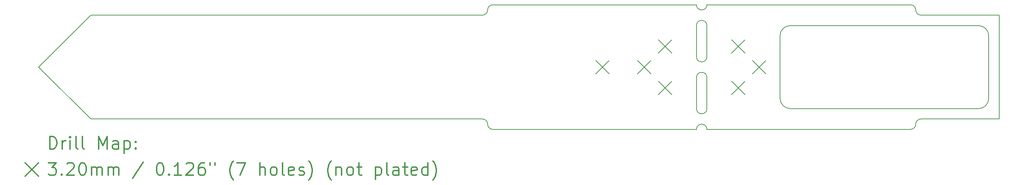
<source format=gbr>
%FSLAX45Y45*%
G04 Gerber Fmt 4.5, Leading zero omitted, Abs format (unit mm)*
G04 Created by KiCad (PCBNEW 4.0.7-e2-6376~61~ubuntu18.04.1) date Fri Jul  6 14:55:38 2018*
%MOMM*%
%LPD*%
G01*
G04 APERTURE LIST*
%ADD10C,0.127000*%
%ADD11C,0.150000*%
%ADD12C,0.200000*%
%ADD13C,0.300000*%
G04 APERTURE END LIST*
D10*
D11*
X19750000Y-6500000D02*
G75*
G03X20000000Y-6500000I125000J0D01*
G01*
X20000000Y-9500000D02*
G75*
G03X19750000Y-9500000I-125000J0D01*
G01*
X19750000Y-7750000D02*
X19750000Y-7000000D01*
X20000000Y-7000000D02*
X20000000Y-7750000D01*
X19750000Y-7750000D02*
G75*
G03X20000000Y-7750000I125000J0D01*
G01*
X20000000Y-8250000D02*
G75*
G03X19750000Y-8250000I-125000J0D01*
G01*
X19750000Y-9000000D02*
G75*
G03X20000000Y-9000000I125000J0D01*
G01*
X20000000Y-7000000D02*
G75*
G03X19750000Y-7000000I-125000J0D01*
G01*
X19750000Y-8250000D02*
X19750000Y-9000000D01*
X14625000Y-6750000D02*
G75*
G03X14750000Y-6625000I0J125000D01*
G01*
X14875000Y-6500000D02*
G75*
G03X14750000Y-6625000I0J-125000D01*
G01*
X25000000Y-6625000D02*
G75*
G03X25125000Y-6750000I125000J0D01*
G01*
X25000000Y-6625000D02*
G75*
G03X24875000Y-6500000I-125000J0D01*
G01*
X24875000Y-9500000D02*
G75*
G03X25000000Y-9375000I0J125000D01*
G01*
X25125000Y-9250000D02*
G75*
G03X25000000Y-9375000I0J-125000D01*
G01*
X14750000Y-9375000D02*
G75*
G03X14875000Y-9500000I125000J0D01*
G01*
X14750000Y-9375000D02*
G75*
G03X14625000Y-9250000I-125000J0D01*
G01*
X22000000Y-7000000D02*
G75*
G03X21750000Y-7250000I0J-250000D01*
G01*
X21750000Y-8750000D02*
G75*
G03X22000000Y-9000000I250000J0D01*
G01*
X26500000Y-9000000D02*
G75*
G03X26750000Y-8750000I0J250000D01*
G01*
X26750000Y-7250000D02*
G75*
G03X26500000Y-7000000I-250000J0D01*
G01*
X22000000Y-7000000D02*
X26500000Y-7000000D01*
X21750000Y-8750000D02*
X21750000Y-7250000D01*
X26500000Y-9000000D02*
X22000000Y-9000000D01*
X26750000Y-7250000D02*
X26750000Y-8750000D01*
X24875000Y-9500000D02*
X20000000Y-9500000D01*
X27000000Y-9250000D02*
X25125000Y-9250000D01*
X27000000Y-6750000D02*
X27000000Y-9250000D01*
X25125000Y-6750000D02*
X27000000Y-6750000D01*
X20000000Y-6500000D02*
X24875000Y-6500000D01*
X14625000Y-6750000D02*
X5250000Y-6750000D01*
X19750000Y-6500000D02*
X14875000Y-6500000D01*
X20000000Y-8250000D02*
X20000000Y-9000000D01*
X14875000Y-9500000D02*
X19750000Y-9500000D01*
X5250000Y-9250000D02*
X14625000Y-9250000D01*
X4000000Y-8000000D02*
X5250000Y-9250000D01*
X5250000Y-6750000D02*
X4000000Y-8000000D01*
D12*
X17339980Y-7839980D02*
X17660020Y-8160020D01*
X17660020Y-7839980D02*
X17339980Y-8160020D01*
X18339980Y-7839980D02*
X18660020Y-8160020D01*
X18660020Y-7839980D02*
X18339980Y-8160020D01*
X18839980Y-7339980D02*
X19160020Y-7660020D01*
X19160020Y-7339980D02*
X18839980Y-7660020D01*
X18839980Y-8339980D02*
X19160020Y-8660020D01*
X19160020Y-8339980D02*
X18839980Y-8660020D01*
X20589980Y-7339980D02*
X20910020Y-7660020D01*
X20910020Y-7339980D02*
X20589980Y-7660020D01*
X20589980Y-8339980D02*
X20910020Y-8660020D01*
X20910020Y-8339980D02*
X20589980Y-8660020D01*
X21089980Y-7839980D02*
X21410020Y-8160020D01*
X21410020Y-7839980D02*
X21089980Y-8160020D01*
D13*
X4263929Y-9973214D02*
X4263929Y-9673214D01*
X4335357Y-9673214D01*
X4378214Y-9687500D01*
X4406786Y-9716072D01*
X4421071Y-9744643D01*
X4435357Y-9801786D01*
X4435357Y-9844643D01*
X4421071Y-9901786D01*
X4406786Y-9930357D01*
X4378214Y-9958929D01*
X4335357Y-9973214D01*
X4263929Y-9973214D01*
X4563929Y-9973214D02*
X4563929Y-9773214D01*
X4563929Y-9830357D02*
X4578214Y-9801786D01*
X4592500Y-9787500D01*
X4621071Y-9773214D01*
X4649643Y-9773214D01*
X4749643Y-9973214D02*
X4749643Y-9773214D01*
X4749643Y-9673214D02*
X4735357Y-9687500D01*
X4749643Y-9701786D01*
X4763929Y-9687500D01*
X4749643Y-9673214D01*
X4749643Y-9701786D01*
X4935357Y-9973214D02*
X4906786Y-9958929D01*
X4892500Y-9930357D01*
X4892500Y-9673214D01*
X5092500Y-9973214D02*
X5063929Y-9958929D01*
X5049643Y-9930357D01*
X5049643Y-9673214D01*
X5435357Y-9973214D02*
X5435357Y-9673214D01*
X5535357Y-9887500D01*
X5635357Y-9673214D01*
X5635357Y-9973214D01*
X5906786Y-9973214D02*
X5906786Y-9816072D01*
X5892500Y-9787500D01*
X5863928Y-9773214D01*
X5806786Y-9773214D01*
X5778214Y-9787500D01*
X5906786Y-9958929D02*
X5878214Y-9973214D01*
X5806786Y-9973214D01*
X5778214Y-9958929D01*
X5763928Y-9930357D01*
X5763928Y-9901786D01*
X5778214Y-9873214D01*
X5806786Y-9858929D01*
X5878214Y-9858929D01*
X5906786Y-9844643D01*
X6049643Y-9773214D02*
X6049643Y-10073214D01*
X6049643Y-9787500D02*
X6078214Y-9773214D01*
X6135357Y-9773214D01*
X6163928Y-9787500D01*
X6178214Y-9801786D01*
X6192500Y-9830357D01*
X6192500Y-9916072D01*
X6178214Y-9944643D01*
X6163928Y-9958929D01*
X6135357Y-9973214D01*
X6078214Y-9973214D01*
X6049643Y-9958929D01*
X6321071Y-9944643D02*
X6335357Y-9958929D01*
X6321071Y-9973214D01*
X6306786Y-9958929D01*
X6321071Y-9944643D01*
X6321071Y-9973214D01*
X6321071Y-9787500D02*
X6335357Y-9801786D01*
X6321071Y-9816072D01*
X6306786Y-9801786D01*
X6321071Y-9787500D01*
X6321071Y-9816072D01*
X3672460Y-10307480D02*
X3992500Y-10627520D01*
X3992500Y-10307480D02*
X3672460Y-10627520D01*
X4235357Y-10303214D02*
X4421071Y-10303214D01*
X4321071Y-10417500D01*
X4363929Y-10417500D01*
X4392500Y-10431786D01*
X4406786Y-10446072D01*
X4421071Y-10474643D01*
X4421071Y-10546072D01*
X4406786Y-10574643D01*
X4392500Y-10588929D01*
X4363929Y-10603214D01*
X4278214Y-10603214D01*
X4249643Y-10588929D01*
X4235357Y-10574643D01*
X4549643Y-10574643D02*
X4563929Y-10588929D01*
X4549643Y-10603214D01*
X4535357Y-10588929D01*
X4549643Y-10574643D01*
X4549643Y-10603214D01*
X4678214Y-10331786D02*
X4692500Y-10317500D01*
X4721071Y-10303214D01*
X4792500Y-10303214D01*
X4821071Y-10317500D01*
X4835357Y-10331786D01*
X4849643Y-10360357D01*
X4849643Y-10388929D01*
X4835357Y-10431786D01*
X4663928Y-10603214D01*
X4849643Y-10603214D01*
X5035357Y-10303214D02*
X5063929Y-10303214D01*
X5092500Y-10317500D01*
X5106786Y-10331786D01*
X5121071Y-10360357D01*
X5135357Y-10417500D01*
X5135357Y-10488929D01*
X5121071Y-10546072D01*
X5106786Y-10574643D01*
X5092500Y-10588929D01*
X5063929Y-10603214D01*
X5035357Y-10603214D01*
X5006786Y-10588929D01*
X4992500Y-10574643D01*
X4978214Y-10546072D01*
X4963929Y-10488929D01*
X4963929Y-10417500D01*
X4978214Y-10360357D01*
X4992500Y-10331786D01*
X5006786Y-10317500D01*
X5035357Y-10303214D01*
X5263929Y-10603214D02*
X5263929Y-10403214D01*
X5263929Y-10431786D02*
X5278214Y-10417500D01*
X5306786Y-10403214D01*
X5349643Y-10403214D01*
X5378214Y-10417500D01*
X5392500Y-10446072D01*
X5392500Y-10603214D01*
X5392500Y-10446072D02*
X5406786Y-10417500D01*
X5435357Y-10403214D01*
X5478214Y-10403214D01*
X5506786Y-10417500D01*
X5521071Y-10446072D01*
X5521071Y-10603214D01*
X5663928Y-10603214D02*
X5663928Y-10403214D01*
X5663928Y-10431786D02*
X5678214Y-10417500D01*
X5706786Y-10403214D01*
X5749643Y-10403214D01*
X5778214Y-10417500D01*
X5792500Y-10446072D01*
X5792500Y-10603214D01*
X5792500Y-10446072D02*
X5806786Y-10417500D01*
X5835357Y-10403214D01*
X5878214Y-10403214D01*
X5906786Y-10417500D01*
X5921071Y-10446072D01*
X5921071Y-10603214D01*
X6506786Y-10288929D02*
X6249643Y-10674643D01*
X6892500Y-10303214D02*
X6921071Y-10303214D01*
X6949643Y-10317500D01*
X6963928Y-10331786D01*
X6978214Y-10360357D01*
X6992500Y-10417500D01*
X6992500Y-10488929D01*
X6978214Y-10546072D01*
X6963928Y-10574643D01*
X6949643Y-10588929D01*
X6921071Y-10603214D01*
X6892500Y-10603214D01*
X6863928Y-10588929D01*
X6849643Y-10574643D01*
X6835357Y-10546072D01*
X6821071Y-10488929D01*
X6821071Y-10417500D01*
X6835357Y-10360357D01*
X6849643Y-10331786D01*
X6863928Y-10317500D01*
X6892500Y-10303214D01*
X7121071Y-10574643D02*
X7135357Y-10588929D01*
X7121071Y-10603214D01*
X7106786Y-10588929D01*
X7121071Y-10574643D01*
X7121071Y-10603214D01*
X7421071Y-10603214D02*
X7249643Y-10603214D01*
X7335357Y-10603214D02*
X7335357Y-10303214D01*
X7306785Y-10346072D01*
X7278214Y-10374643D01*
X7249643Y-10388929D01*
X7535357Y-10331786D02*
X7549643Y-10317500D01*
X7578214Y-10303214D01*
X7649643Y-10303214D01*
X7678214Y-10317500D01*
X7692500Y-10331786D01*
X7706785Y-10360357D01*
X7706785Y-10388929D01*
X7692500Y-10431786D01*
X7521071Y-10603214D01*
X7706785Y-10603214D01*
X7963928Y-10303214D02*
X7906785Y-10303214D01*
X7878214Y-10317500D01*
X7863928Y-10331786D01*
X7835357Y-10374643D01*
X7821071Y-10431786D01*
X7821071Y-10546072D01*
X7835357Y-10574643D01*
X7849643Y-10588929D01*
X7878214Y-10603214D01*
X7935357Y-10603214D01*
X7963928Y-10588929D01*
X7978214Y-10574643D01*
X7992500Y-10546072D01*
X7992500Y-10474643D01*
X7978214Y-10446072D01*
X7963928Y-10431786D01*
X7935357Y-10417500D01*
X7878214Y-10417500D01*
X7849643Y-10431786D01*
X7835357Y-10446072D01*
X7821071Y-10474643D01*
X8106786Y-10303214D02*
X8106786Y-10360357D01*
X8221071Y-10303214D02*
X8221071Y-10360357D01*
X8663928Y-10717500D02*
X8649643Y-10703214D01*
X8621071Y-10660357D01*
X8606786Y-10631786D01*
X8592500Y-10588929D01*
X8578214Y-10517500D01*
X8578214Y-10460357D01*
X8592500Y-10388929D01*
X8606786Y-10346072D01*
X8621071Y-10317500D01*
X8649643Y-10274643D01*
X8663928Y-10260357D01*
X8749643Y-10303214D02*
X8949643Y-10303214D01*
X8821071Y-10603214D01*
X9292500Y-10603214D02*
X9292500Y-10303214D01*
X9421071Y-10603214D02*
X9421071Y-10446072D01*
X9406786Y-10417500D01*
X9378214Y-10403214D01*
X9335357Y-10403214D01*
X9306786Y-10417500D01*
X9292500Y-10431786D01*
X9606786Y-10603214D02*
X9578214Y-10588929D01*
X9563928Y-10574643D01*
X9549643Y-10546072D01*
X9549643Y-10460357D01*
X9563928Y-10431786D01*
X9578214Y-10417500D01*
X9606786Y-10403214D01*
X9649643Y-10403214D01*
X9678214Y-10417500D01*
X9692500Y-10431786D01*
X9706786Y-10460357D01*
X9706786Y-10546072D01*
X9692500Y-10574643D01*
X9678214Y-10588929D01*
X9649643Y-10603214D01*
X9606786Y-10603214D01*
X9878214Y-10603214D02*
X9849643Y-10588929D01*
X9835357Y-10560357D01*
X9835357Y-10303214D01*
X10106786Y-10588929D02*
X10078214Y-10603214D01*
X10021071Y-10603214D01*
X9992500Y-10588929D01*
X9978214Y-10560357D01*
X9978214Y-10446072D01*
X9992500Y-10417500D01*
X10021071Y-10403214D01*
X10078214Y-10403214D01*
X10106786Y-10417500D01*
X10121071Y-10446072D01*
X10121071Y-10474643D01*
X9978214Y-10503214D01*
X10235357Y-10588929D02*
X10263929Y-10603214D01*
X10321071Y-10603214D01*
X10349643Y-10588929D01*
X10363929Y-10560357D01*
X10363929Y-10546072D01*
X10349643Y-10517500D01*
X10321071Y-10503214D01*
X10278214Y-10503214D01*
X10249643Y-10488929D01*
X10235357Y-10460357D01*
X10235357Y-10446072D01*
X10249643Y-10417500D01*
X10278214Y-10403214D01*
X10321071Y-10403214D01*
X10349643Y-10417500D01*
X10463928Y-10717500D02*
X10478214Y-10703214D01*
X10506786Y-10660357D01*
X10521071Y-10631786D01*
X10535357Y-10588929D01*
X10549643Y-10517500D01*
X10549643Y-10460357D01*
X10535357Y-10388929D01*
X10521071Y-10346072D01*
X10506786Y-10317500D01*
X10478214Y-10274643D01*
X10463928Y-10260357D01*
X11006786Y-10717500D02*
X10992500Y-10703214D01*
X10963928Y-10660357D01*
X10949643Y-10631786D01*
X10935357Y-10588929D01*
X10921071Y-10517500D01*
X10921071Y-10460357D01*
X10935357Y-10388929D01*
X10949643Y-10346072D01*
X10963928Y-10317500D01*
X10992500Y-10274643D01*
X11006786Y-10260357D01*
X11121071Y-10403214D02*
X11121071Y-10603214D01*
X11121071Y-10431786D02*
X11135357Y-10417500D01*
X11163928Y-10403214D01*
X11206786Y-10403214D01*
X11235357Y-10417500D01*
X11249643Y-10446072D01*
X11249643Y-10603214D01*
X11435357Y-10603214D02*
X11406786Y-10588929D01*
X11392500Y-10574643D01*
X11378214Y-10546072D01*
X11378214Y-10460357D01*
X11392500Y-10431786D01*
X11406786Y-10417500D01*
X11435357Y-10403214D01*
X11478214Y-10403214D01*
X11506786Y-10417500D01*
X11521071Y-10431786D01*
X11535357Y-10460357D01*
X11535357Y-10546072D01*
X11521071Y-10574643D01*
X11506786Y-10588929D01*
X11478214Y-10603214D01*
X11435357Y-10603214D01*
X11621071Y-10403214D02*
X11735357Y-10403214D01*
X11663928Y-10303214D02*
X11663928Y-10560357D01*
X11678214Y-10588929D01*
X11706786Y-10603214D01*
X11735357Y-10603214D01*
X12063928Y-10403214D02*
X12063928Y-10703214D01*
X12063928Y-10417500D02*
X12092500Y-10403214D01*
X12149643Y-10403214D01*
X12178214Y-10417500D01*
X12192500Y-10431786D01*
X12206786Y-10460357D01*
X12206786Y-10546072D01*
X12192500Y-10574643D01*
X12178214Y-10588929D01*
X12149643Y-10603214D01*
X12092500Y-10603214D01*
X12063928Y-10588929D01*
X12378214Y-10603214D02*
X12349643Y-10588929D01*
X12335357Y-10560357D01*
X12335357Y-10303214D01*
X12621071Y-10603214D02*
X12621071Y-10446072D01*
X12606786Y-10417500D01*
X12578214Y-10403214D01*
X12521071Y-10403214D01*
X12492500Y-10417500D01*
X12621071Y-10588929D02*
X12592500Y-10603214D01*
X12521071Y-10603214D01*
X12492500Y-10588929D01*
X12478214Y-10560357D01*
X12478214Y-10531786D01*
X12492500Y-10503214D01*
X12521071Y-10488929D01*
X12592500Y-10488929D01*
X12621071Y-10474643D01*
X12721071Y-10403214D02*
X12835357Y-10403214D01*
X12763929Y-10303214D02*
X12763929Y-10560357D01*
X12778214Y-10588929D01*
X12806786Y-10603214D01*
X12835357Y-10603214D01*
X13049643Y-10588929D02*
X13021071Y-10603214D01*
X12963929Y-10603214D01*
X12935357Y-10588929D01*
X12921071Y-10560357D01*
X12921071Y-10446072D01*
X12935357Y-10417500D01*
X12963929Y-10403214D01*
X13021071Y-10403214D01*
X13049643Y-10417500D01*
X13063929Y-10446072D01*
X13063929Y-10474643D01*
X12921071Y-10503214D01*
X13321071Y-10603214D02*
X13321071Y-10303214D01*
X13321071Y-10588929D02*
X13292500Y-10603214D01*
X13235357Y-10603214D01*
X13206786Y-10588929D01*
X13192500Y-10574643D01*
X13178214Y-10546072D01*
X13178214Y-10460357D01*
X13192500Y-10431786D01*
X13206786Y-10417500D01*
X13235357Y-10403214D01*
X13292500Y-10403214D01*
X13321071Y-10417500D01*
X13435357Y-10717500D02*
X13449643Y-10703214D01*
X13478214Y-10660357D01*
X13492500Y-10631786D01*
X13506786Y-10588929D01*
X13521071Y-10517500D01*
X13521071Y-10460357D01*
X13506786Y-10388929D01*
X13492500Y-10346072D01*
X13478214Y-10317500D01*
X13449643Y-10274643D01*
X13435357Y-10260357D01*
M02*

</source>
